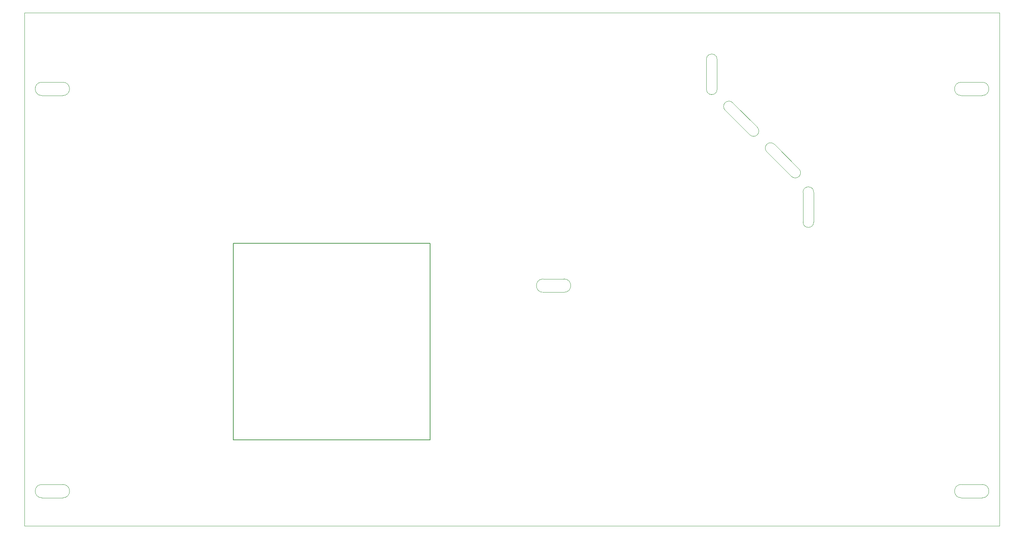
<source format=gm1>
G04*
G04 #@! TF.GenerationSoftware,Altium Limited,Altium Designer,23.1.1 (15)*
G04*
G04 Layer_Color=16711935*
%FSLAX44Y44*%
%MOMM*%
G71*
G04*
G04 #@! TF.SameCoordinates,5873BA87-B4A8-4489-8BBC-5F2359CC4874*
G04*
G04*
G04 #@! TF.FilePolarity,Positive*
G04*
G01*
G75*
%ADD12C,0.1270*%
%ADD23C,0.0254*%
%ADD24C,0.1020*%
%ADD25C,0.1016*%
D12*
X968042Y205674D02*
Y675574D01*
X498041Y675674D02*
X968042D01*
X498041Y205674D02*
Y675574D01*
Y205674D02*
Y205774D01*
Y205674D02*
X968042D01*
Y675574D01*
X498041Y675674D02*
X968042D01*
X498041Y205674D02*
Y675574D01*
Y205674D02*
Y205774D01*
Y205674D02*
X968042D01*
D23*
X2286508Y1028956D02*
G03*
X2286508Y1060956I0J16000D01*
G01*
X2236508D02*
G03*
X2236508Y1028956I0J-16000D01*
G01*
X41294Y1060954D02*
G03*
X41294Y1028954I0J-16000D01*
G01*
X91294D02*
G03*
X91294Y1060954I0J16000D01*
G01*
X2286628Y67290D02*
G03*
X2286628Y99290I0J16000D01*
G01*
X2236628D02*
G03*
X2236628Y67290I0J-16000D01*
G01*
X41338Y99271D02*
G03*
X41338Y67271I0J-16000D01*
G01*
X91338D02*
G03*
X91338Y99271I0J16000D01*
G01*
X1288135Y558551D02*
G03*
X1288135Y590551I0J16000D01*
G01*
X1238135D02*
G03*
X1238135Y558551I0J-16000D01*
G01*
X1884172Y798068D02*
G03*
X1858772Y798068I-12700J0D01*
G01*
Y726440D02*
G03*
X1884172Y726440I12700J0D01*
G01*
X1790296Y912445D02*
G03*
X1772322Y894498I-8994J-8967D01*
G01*
X1831250Y835570D02*
G03*
X1849210Y853530I8980J8980D01*
G01*
X1731682Y935138D02*
G03*
X1749642Y953098I8980J8980D01*
G01*
X1690728Y1012013D02*
G03*
X1672754Y994066I-8994J-8967D01*
G01*
X1628140Y1043940D02*
G03*
X1653540Y1043940I12700J0D01*
G01*
Y1115568D02*
G03*
X1628140Y1115568I-12700J0D01*
G01*
X2236508Y1028956D02*
X2286508D01*
X2236508Y1060956D02*
X2286508D01*
X41294Y1060954D02*
X91294D01*
X41294Y1028954D02*
X91294D01*
X2236628Y67290D02*
X2286628D01*
X2236628Y99290D02*
X2286628D01*
X41338Y99271D02*
X91338D01*
X41338Y67271D02*
X91338D01*
X1238135Y558551D02*
X1288135D01*
X1238135Y590551D02*
X1288135D01*
X1858772Y726440D02*
Y798068D01*
X1884172Y726440D02*
Y798068D01*
X1790282Y912458D02*
X1849210Y853530D01*
X1772322Y894498D02*
X1831250Y835570D01*
X1672754Y994066D02*
X1731682Y935138D01*
X1690714Y1012026D02*
X1749642Y953098D01*
X1653540Y1043940D02*
Y1115568D01*
X1628140Y1043940D02*
Y1115568D01*
X2286508Y1028956D02*
G03*
X2286508Y1060956I0J16000D01*
G01*
X2236508D02*
G03*
X2236508Y1028956I0J-16000D01*
G01*
X41294Y1060954D02*
G03*
X41294Y1028954I0J-16000D01*
G01*
X91294D02*
G03*
X91294Y1060954I0J16000D01*
G01*
X2286628Y67290D02*
G03*
X2286628Y99290I0J16000D01*
G01*
X2236628D02*
G03*
X2236628Y67290I0J-16000D01*
G01*
X41338Y99271D02*
G03*
X41338Y67271I0J-16000D01*
G01*
X91338D02*
G03*
X91338Y99271I0J16000D01*
G01*
X1288135Y558551D02*
G03*
X1288135Y590551I0J16000D01*
G01*
X1238135D02*
G03*
X1238135Y558551I0J-16000D01*
G01*
X1884172Y798068D02*
G03*
X1858772Y798068I-12700J0D01*
G01*
Y726440D02*
G03*
X1884172Y726440I12700J0D01*
G01*
X1790296Y912445D02*
G03*
X1772322Y894498I-8994J-8967D01*
G01*
X1831250Y835570D02*
G03*
X1849210Y853530I8980J8980D01*
G01*
X1731682Y935138D02*
G03*
X1749642Y953098I8980J8980D01*
G01*
X1690728Y1012013D02*
G03*
X1672754Y994066I-8994J-8967D01*
G01*
X1628140Y1043940D02*
G03*
X1653540Y1043940I12700J0D01*
G01*
Y1115568D02*
G03*
X1628140Y1115568I-12700J0D01*
G01*
X2236508Y1028956D02*
X2286508D01*
X2236508Y1060956D02*
X2286508D01*
X41294Y1060954D02*
X91294D01*
X41294Y1028954D02*
X91294D01*
X2236628Y67290D02*
X2286628D01*
X2236628Y99290D02*
X2286628D01*
X41338Y99271D02*
X91338D01*
X41338Y67271D02*
X91338D01*
X1238135Y558551D02*
X1288135D01*
X1238135Y590551D02*
X1288135D01*
X1858772Y726440D02*
Y798068D01*
X1884172Y726440D02*
Y798068D01*
X1790282Y912458D02*
X1849210Y853530D01*
X1772322Y894498D02*
X1831250Y835570D01*
X1672754Y994066D02*
X1731682Y935138D01*
X1690714Y1012026D02*
X1749642Y953098D01*
X1653540Y1043940D02*
Y1115568D01*
X1628140Y1043940D02*
Y1115568D01*
D24*
X-1Y1226566D02*
X2327910Y1226566D01*
X-1Y1226566D02*
X2327910Y1226566D01*
D25*
X2327910Y0D01*
X-1Y1226566D02*
X0Y0D01*
X2327910D01*
X2327910Y1226566D02*
X2327910Y0D01*
X-1Y1226566D02*
X0Y0D01*
X2327910D01*
M02*

</source>
